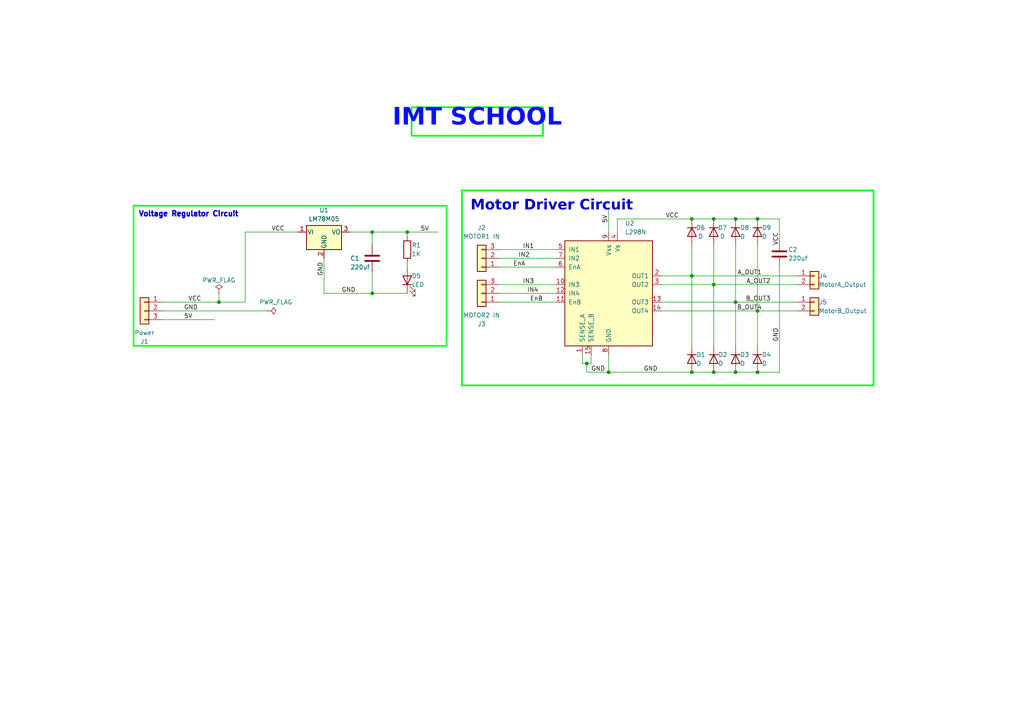
<source format=kicad_sch>
(kicad_sch (version 20231120) (generator "eeschema") (generator_version "8.0")
  (paper "A4")
  (title_block (title "Motor_Driver") (date "2024-12-01") (rev "1") (company "IMT_School"))
  (lib_symbols
    (symbol "Connector_Generic:Conn_01x02" (pin_names (offset 1.016) hide)
      (property "Reference" "J" (at 0 2.54 0))
      (property "Value" "Conn_01x02" (at 0 -5.08 0))
      (symbol "Conn_01x02_1_1"
        (rectangle (start -1.27 -2.413) (end 0 -2.667) (stroke (width 0.1524)))
        (rectangle (start -1.27 0.127) (end 0 -0.127) (stroke (width 0.1524)))
        (rectangle (start -1.27 1.27) (end 1.27 -3.81) (stroke (width 0.254)) (fill (type background)))
        (pin passive line (at -5.08 0 0) (length 3.81) (name "Pin_1") (number "1"))
        (pin passive line (at -5.08 -2.54 0) (length 3.81) (name "Pin_2") (number "2"))
      )
    )
    (symbol "Connector_Generic:Conn_01x03" (pin_names (offset 1.016) hide)
      (property "Reference" "J" (at 0 5.08 0))
      (property "Value" "Conn_01x03" (at 0 -5.08 0))
      (symbol "Conn_01x03_1_1"
        (rectangle (start -1.27 -2.413) (end 0 -2.667) (stroke (width 0.1524)))
        (rectangle (start -1.27 0.127) (end 0 -0.127) (stroke (width 0.1524)))
        (rectangle (start -1.27 2.667) (end 0 2.413) (stroke (width 0.1524)))
        (rectangle (start -1.27 3.81) (end 1.27 -3.81) (stroke (width 0.254)) (fill (type background)))
        (pin passive line (at -5.08 2.54 0) (length 3.81) (name "Pin_1") (number "1"))
        (pin passive line (at -5.08 0 0) (length 3.81) (name "Pin_2") (number "2"))
        (pin passive line (at -5.08 -2.54 0) (length 3.81) (name "Pin_3") (number "3"))
      )
    )
    (symbol "Device:C" (pin_numbers hide) (pin_names (offset 0.254))
      (property "Reference" "C" (at 0.635 2.54 0))
      (property "Value" "C" (at 0.635 -2.54 0))
      (symbol "C_0_1"
        (polyline (pts (xy -2.032 -0.762) (xy 2.032 -0.762)) (stroke (width 0.508)))
        (polyline (pts (xy -2.032 0.762) (xy 2.032 0.762)) (stroke (width 0.508)))
      )
      (symbol "C_1_1"
        (pin passive line (at 0 3.81 270) (length 2.794) (name "~") (number "1"))
        (pin passive line (at 0 -3.81 90) (length 2.794) (name "~") (number "2"))
      )
    )
    (symbol "Device:D" (pin_numbers hide) (pin_names (offset 1.016) hide)
      (property "Reference" "D" (at 0 2.54 0))
      (property "Value" "D" (at 0 -2.54 0))
      (symbol "D_0_1"
        (polyline (pts (xy -1.27 1.27) (xy -1.27 -1.27)) (stroke (width 0.254)))
        (polyline (pts (xy 1.27 0) (xy -1.27 0)))
        (polyline (pts (xy 1.27 1.27) (xy 1.27 -1.27) (xy -1.27 0) (xy 1.27 1.27)) (stroke (width 0.254)))
      )
      (symbol "D_1_1"
        (pin passive line (at -3.81 0 0) (length 2.54) (name "K") (number "1"))
        (pin passive line (at 3.81 0 180) (length 2.54) (name "A") (number "2"))
      )
    )
    (symbol "Device:LED" (pin_numbers hide) (pin_names (offset 1.016) hide)
      (property "Reference" "D" (at 0 2.54 0))
      (property "Value" "LED" (at 0 -2.54 0))
      (symbol "LED_0_1"
        (polyline (pts (xy -1.27 -1.27) (xy -1.27 1.27)) (stroke (width 0.254)))
        (polyline (pts (xy -1.27 0) (xy 1.27 0)))
        (polyline (pts (xy 1.27 -1.27) (xy 1.27 1.27) (xy -1.27 0) (xy 1.27 -1.27)) (stroke (width 0.254)))
        (polyline (pts (xy -3.048 -0.762) (xy -4.572 -2.286) (xy -3.81 -2.286) (xy -4.572 -2.286) (xy -4.572 -1.524)))
        (polyline (pts (xy -1.778 -0.762) (xy -3.302 -2.286) (xy -2.54 -2.286) (xy -3.302 -2.286) (xy -3.302 -1.524)))
      )
      (symbol "LED_1_1"
        (pin passive line (at -3.81 0 0) (length 2.54) (name "K") (number "1"))
        (pin passive line (at 3.81 0 180) (length 2.54) (name "A") (number "2"))
      )
    )
    (symbol "Device:R" (pin_numbers hide) (pin_names (offset 0))
      (property "Reference" "R" (at 2.032 0 90))
      (property "Value" "R" (at 0 0 90))
      (symbol "R_0_1"
        (rectangle (start -1.016 -2.54) (end 1.016 2.54) (stroke (width 0.254)))
      )
      (symbol "R_1_1"
        (pin passive line (at 0 3.81 270) (length 1.27) (name "~") (number "1"))
        (pin passive line (at 0 -3.81 90) (length 1.27) (name "~") (number "2"))
      )
    )
    (symbol "Driver_Motor:L298N" (pin_names (offset 1.016))
      (property "Reference" "U" (at -10.16 16.51 0))
      (property "Value" "L298N" (at 12.7 16.51 0))
      (symbol "L298N_0_1"
        (rectangle (start -12.7 15.24) (end 12.7 -15.24) (stroke (width 0.254)) (fill (type background)))
      )
      (symbol "L298N_1_1"
        (pin power_in line (at -7.62 -17.78 90) (length 2.54) (name "SENSE_A") (number "1"))
        (pin input line (at -15.24 2.54 0) (length 2.54) (name "IN3") (number "10"))
        (pin input line (at -15.24 -2.54 0) (length 2.54) (name "EnB") (number "11"))
        (pin input line (at -15.24 0 0) (length 2.54) (name "IN4") (number "12"))
        (pin output line (at 15.24 -2.54 180) (length 2.54) (name "OUT3") (number "13"))
        (pin output line (at 15.24 -5.08 180) (length 2.54) (name "OUT4") (number "14"))
        (pin power_in line (at -5.08 -17.78 90) (length 2.54) (name "SENSE_B") (number "15"))
        (pin output line (at 15.24 5.08 180) (length 2.54) (name "OUT1") (number "2"))
        (pin output line (at 15.24 2.54 180) (length 2.54) (name "OUT2") (number "3"))
        (pin power_in line (at 2.54 17.78 270) (length 2.54) (name "Vs") (number "4"))
        (pin input line (at -15.24 12.7 0) (length 2.54) (name "IN1") (number "5"))
        (pin input line (at -15.24 7.62 0) (length 2.54) (name "EnA") (number "6"))
        (pin input line (at -15.24 10.16 0) (length 2.54) (name "IN2") (number "7"))
        (pin power_in line (at 0 -17.78 90) (length 2.54) (name "GND") (number "8"))
        (pin power_in line (at 0 17.78 270) (length 2.54) (name "Vss") (number "9"))
      )
    )
    (symbol "Regulator_Linear:LM78M05_TO220" (pin_names (offset 0.254))
      (property "Reference" "U" (at -3.81 3.175 0))
      (property "Value" "LM78M05_TO220" (at 0 3.175 0))
      (symbol "LM78M05_TO220_0_1"
        (rectangle (start -5.08 1.905) (end 5.08 -5.08) (stroke (width 0.254)) (fill (type background)))
      )
      (symbol "LM78M05_TO220_1_1"
        (pin power_in line (at -7.62 0 0) (length 2.54) (name "VI") (number "1"))
        (pin power_in line (at 0 -7.62 90) (length 2.54) (name "GND") (number "2"))
        (pin power_out line (at 7.62 0 180) (length 2.54) (name "VO") (number "3"))
      )
    )
    (symbol "power:PWR_FLAG" (power) (pin_numbers hide) (pin_names (offset 0) hide)
      (property "Value" "PWR_FLAG" (at 0 3.81 0))
      (symbol "PWR_FLAG_0_0"
        (pin power_out line (at 0 0 90) (length 0) (name "~") (number "1"))
      )
      (symbol "PWR_FLAG_0_1"
        (polyline (pts (xy 0 0) (xy 0 1.27) (xy -1.016 1.905) (xy 0 2.54) (xy 1.016 1.905) (xy 0 1.27)))
      )
    )
  )
  (junction (at 207.01 82.55))
  (junction (at 213.36 63.5))
  (junction (at 213.36 107.95))
  (junction (at 107.95 85.09))
  (junction (at 200.66 107.95))
  (junction (at 118.11 67.31))
  (junction (at 107.95 67.31))
  (junction (at 213.36 87.63))
  (junction (at 176.53 107.95))
  (junction (at 207.01 63.5))
  (junction (at 200.66 80.01))
  (junction (at 207.01 107.95))
  (junction (at 170.18 105.41))
  (junction (at 63.5 87.63))
  (junction (at 200.66 63.5))
  (junction (at 219.71 63.5))
  (junction (at 219.71 90.17))
  (junction (at 219.71 107.95))
  (wire (pts (xy 207.01 71.12) (xy 207.01 82.55)))
  (wire (pts (xy 213.36 107.95) (xy 219.71 107.95)))
  (wire (pts (xy 46.99 87.63) (xy 63.5 87.63)))
  (wire (pts (xy 144.78 72.39) (xy 161.29 72.39)))
  (wire (pts (xy 219.71 71.12) (xy 219.71 90.17)))
  (wire (pts (xy 226.06 77.47) (xy 226.06 107.95)))
  (wire (pts (xy 191.77 87.63) (xy 213.36 87.63)))
  (wire (pts (xy 191.77 80.01) (xy 200.66 80.01)))
  (wire (pts (xy 191.77 90.17) (xy 219.71 90.17)))
  (wire (pts (xy 107.95 67.31) (xy 118.11 67.31)))
  (wire (pts (xy 207.01 82.55) (xy 207.01 100.33)))
  (wire (pts (xy 176.53 107.95) (xy 200.66 107.95)))
  (wire (pts (xy 219.71 90.17) (xy 219.71 100.33)))
  (wire (pts (xy 101.6 67.31) (xy 107.95 67.31)))
  (wire (pts (xy 118.11 67.31) (xy 127 67.31)))
  (wire (pts (xy 107.95 67.31) (xy 107.95 71.12)))
  (wire (pts (xy 170.18 105.41) (xy 171.45 105.41)))
  (wire (pts (xy 200.66 107.95) (xy 207.01 107.95)))
  (wire (pts (xy 46.99 92.71) (xy 62.23 92.71)))
  (wire (pts (xy 171.45 102.87) (xy 171.45 105.41)))
  (wire (pts (xy 200.66 80.01) (xy 231.14 80.01)))
  (wire (pts (xy 71.12 67.31) (xy 71.12 87.63)))
  (wire (pts (xy 200.66 71.12) (xy 200.66 80.01)))
  (wire (pts (xy 176.53 102.87) (xy 176.53 107.95)))
  (wire (pts (xy 144.78 85.09) (xy 161.29 85.09)))
  (wire (pts (xy 179.07 63.5) (xy 179.07 67.31)))
  (wire (pts (xy 179.07 63.5) (xy 200.66 63.5)))
  (wire (pts (xy 219.71 107.95) (xy 226.06 107.95)))
  (wire (pts (xy 93.98 74.93) (xy 93.98 85.09)))
  (wire (pts (xy 207.01 63.5) (xy 213.36 63.5)))
  (wire (pts (xy 213.36 87.63) (xy 213.36 100.33)))
  (wire (pts (xy 168.91 105.41) (xy 170.18 105.41)))
  (wire (pts (xy 63.5 87.63) (xy 71.12 87.63)))
  (wire (pts (xy 213.36 71.12) (xy 213.36 87.63)))
  (wire (pts (xy 200.66 80.01) (xy 200.66 100.33)))
  (wire (pts (xy 213.36 87.63) (xy 231.14 87.63)))
  (wire (pts (xy 63.5 85.09) (xy 63.5 87.63)))
  (wire (pts (xy 207.01 107.95) (xy 213.36 107.95)))
  (wire (pts (xy 144.78 74.93) (xy 161.29 74.93)))
  (wire (pts (xy 191.77 82.55) (xy 207.01 82.55)))
  (wire (pts (xy 226.06 63.5) (xy 226.06 69.85)))
  (wire (pts (xy 144.78 82.55) (xy 161.29 82.55)))
  (wire (pts (xy 219.71 63.5) (xy 226.06 63.5)))
  (wire (pts (xy 176.53 60.96) (xy 176.53 67.31)))
  (wire (pts (xy 118.11 67.31) (xy 118.11 68.58)))
  (wire (pts (xy 207.01 82.55) (xy 231.14 82.55)))
  (wire (pts (xy 86.36 67.31) (xy 71.12 67.31)))
  (wire (pts (xy 118.11 76.2) (xy 118.11 77.47)))
  (wire (pts (xy 168.91 102.87) (xy 168.91 105.41)))
  (wire (pts (xy 213.36 63.5) (xy 219.71 63.5)))
  (wire (pts (xy 170.18 107.95) (xy 176.53 107.95)))
  (wire (pts (xy 170.18 105.41) (xy 170.18 107.95)))
  (wire (pts (xy 144.78 87.63) (xy 161.29 87.63)))
  (wire (pts (xy 107.95 78.74) (xy 107.95 85.09)))
  (wire (pts (xy 107.95 85.09) (xy 118.11 85.09)))
  (wire (pts (xy 219.71 90.17) (xy 231.14 90.17)))
  (wire (pts (xy 46.99 90.17) (xy 77.47 90.17)))
  (wire (pts (xy 93.98 85.09) (xy 107.95 85.09)))
  (wire (pts (xy 144.78 77.47) (xy 161.29 77.47)))
  (wire (pts (xy 200.66 63.5) (xy 207.01 63.5)))
  (text_box "Voltage Regulator Circuit" (at 38.735 59.69 0) (size 90.805 40.64) (stroke (width 0.5) (color 28 255 34 1)) (effects (font (size 1.5 1.5) (thickness 0.4) (bold yes)) (justify left top)))
  (text_box "Motor Driver Circuit" (at 133.985 55.245 0) (size 119.38 56.515) (stroke (width 0.5) (color 3 255 23 1)) (effects (font (size 3 3) (thickness 0.254) (bold yes)) (justify left top)))
  (text_box "" (at 119.38 31.115 0) (size 38.1 8.255) (stroke (width 0.5) (color 3 255 23 1)) (effects (font (size 1.27 1.27) (thickness 0.254) (bold yes)) (justify left top)))
  (text "IMT SCHOOL" (at 138.43 35.56 0) (effects (font (size 5 5) (thickness 0.254) (bold yes))))
  (label "GND" (at 99.06 85.09 0))
  (label "5V" (at 53.34 92.71 0))
  (label "IN2" (at 153.67 74.93 180))
  (label "IN4" (at 156.21 85.09 180))
  (label "A_OUT1" (at 220.98 80.01 180))
  (label "IN3" (at 154.94 82.55 180))
  (label "VCC" (at 193.04 63.5 0))
  (label "5V" (at 176.53 62.23 270))
  (label "B_OUT4" (at 220.98 90.17 180))
  (label "GND" (at 226.06 99.06 90))
  (label "VCC" (at 78.74 67.31 0))
  (label "VCC" (at 226.06 67.31 270))
  (label "GND" (at 186.69 107.95 0))
  (label "GND" (at 93.98 80.01 90))
  (label "5V" (at 124.46 67.31 180))
  (label "GND" (at 171.45 107.95 0))
  (label "VCC" (at 54.61 87.63 0))
  (label "EnB" (at 157.48 87.63 180))
  (label "GND" (at 53.34 90.17 0))
  (label "B_OUT3" (at 223.52 87.63 180))
  (label "IN1" (at 154.94 72.39 180))
  (label "EnA" (at 152.4 77.47 180))
  (label "A_OUT2" (at 223.52 82.55 180))
  (symbol (lib_id "Device:D") (at 219.71 104.14 270) (unit 1)
    (property "Reference" "D4" (at 220.98 102.87 90) (effects (justify left)))
    (property "Value" "D" (at 220.98 105.41 90) (effects (justify left)))
    (property "Footprint" "Diode_THT:D_A-405_P7.62mm_Horizontal" (effects (hide yes)))
    (property "Description" "Diode" (effects (hide yes)))
    (property "Sim.Device" "D" (effects (hide yes)))
    (property "Sim.Pins" "1=K 2=A" (effects (hide yes)))
  )
  (symbol (lib_id "Device:D") (at 207.01 104.14 270) (unit 1)
    (property "Reference" "D2" (at 208.28 102.87 90) (effects (justify left)))
    (property "Value" "D" (at 208.28 105.41 90) (effects (justify left)))
    (property "Footprint" "Diode_THT:D_A-405_P7.62mm_Horizontal" (effects (hide yes)))
    (property "Description" "Diode" (effects (hide yes)))
    (property "Sim.Device" "D" (effects (hide yes)))
    (property "Sim.Pins" "1=K 2=A" (effects (hide yes)))
  )
  (symbol (lib_id "power:PWR_FLAG") (at 63.5 85.09 0) (unit 1)
    (property "Reference" "#FLG01" (effects (hide yes)))
    (property "Value" "PWR_FLAG" (at 63.5 81.28 0))
    (property "Description" "Special symbol for telling ERC where power comes from" (effects (hide yes)))
  )
  (symbol (lib_id "Connector_Generic:Conn_01x03") (at 41.91 90.17 0) (mirror y) (unit 1)
    (property "Reference" "J1" (at 41.91 99.06 0))
    (property "Value" "Power" (at 41.91 96.52 0))
    (property "Footprint" "TerminalBlock_Phoenix:TerminalBlock_Phoenix_MKDS-1,5-3-5.08_1x03_P5.08mm_Horizontal" (effects (hide yes)))
    (property "Description" "Generic connector, single row, 01x03, script generated (kicad-library-utils/schlib/autogen/connector/)" (effects (hide yes)))
  )
  (symbol (lib_id "Device:R") (at 118.11 72.39 0) (unit 1)
    (property "Reference" "R1" (at 119.38 71.12 0) (effects (justify left)))
    (property "Value" "1K" (at 119.38 73.66 0) (effects (justify left)))
    (property "Footprint" "Resistor_THT:R_Axial_DIN0207_L6.3mm_D2.5mm_P7.62mm_Horizontal" (effects (hide yes)))
    (property "Description" "Resistor" (effects (hide yes)))
  )
  (symbol (lib_id "Device:D") (at 200.66 67.31 270) (unit 1)
    (property "Reference" "D6" (at 203.2 66.04 90))
    (property "Value" "D" (at 203.2 68.58 90))
    (property "Footprint" "Diode_THT:D_A-405_P7.62mm_Horizontal" (effects (hide yes)))
    (property "Description" "Diode" (effects (hide yes)))
    (property "Sim.Device" "D" (effects (hide yes)))
    (property "Sim.Pins" "1=K 2=A" (effects (hide yes)))
  )
  (symbol (lib_id "Device:D") (at 207.01 67.31 270) (unit 1)
    (property "Reference" "D7" (at 209.55 66.04 90))
    (property "Value" "D" (at 209.55 68.58 90))
    (property "Footprint" "Diode_THT:D_A-405_P7.62mm_Horizontal" (effects (hide yes)))
    (property "Description" "Diode" (effects (hide yes)))
    (property "Sim.Device" "D" (effects (hide yes)))
    (property "Sim.Pins" "1=K 2=A" (effects (hide yes)))
  )
  (symbol (lib_id "Device:C") (at 107.95 74.93 0) (unit 1)
    (property "Reference" "C1" (at 101.6 74.93 0) (effects (justify left)))
    (property "Value" "220uf" (at 101.6 77.47 0) (effects (justify left)))
    (property "Footprint" "Capacitor_THT:CP_Radial_D5.0mm_P2.50mm" (effects (hide yes)))
    (property "Description" "Unpolarized capacitor" (effects (hide yes)))
  )
  (symbol (lib_id "Device:D") (at 213.36 67.31 270) (unit 1)
    (property "Reference" "D8" (at 214.63 66.04 90) (effects (justify left)))
    (property "Value" "D" (at 214.63 68.58 90) (effects (justify left)))
    (property "Footprint" "Diode_THT:D_A-405_P7.62mm_Horizontal" (effects (hide yes)))
    (property "Description" "Diode" (effects (hide yes)))
    (property "Sim.Device" "D" (effects (hide yes)))
    (property "Sim.Pins" "1=K 2=A" (effects (hide yes)))
  )
  (symbol (lib_id "Driver_Motor:L298N") (at 176.53 85.09 0) (unit 1)
    (property "Reference" "U2" (at 181.2641 64.77 0) (effects (justify left)))
    (property "Value" "L298N" (at 181.2641 67.31 0) (effects (justify left)))
    (property "Footprint" "Package_TO_SOT_THT:TO-220-15_P2.54x2.54mm_StaggerOdd_Lead4.58mm_Vertical" (effects (hide yes)))
    (property "Datasheet" "http://www.st.com/st-web-ui/static/active/en/resource/technical/document/datasheet/CD00000240.pdf" (effects (hide yes)))
    (property "Description" "Dual full bridge motor driver, up to 46V, 4A, Multiwatt15-V" (effects (hide yes)))
  )
  (symbol (lib_id "Device:D") (at 219.71 67.31 270) (unit 1)
    (property "Reference" "D9" (at 220.98 66.04 90) (effects (justify left)))
    (property "Value" "D" (at 220.98 68.58 90) (effects (justify left)))
    (property "Footprint" "Diode_THT:D_A-405_P7.62mm_Horizontal" (effects (hide yes)))
    (property "Description" "Diode" (effects (hide yes)))
    (property "Sim.Device" "D" (effects (hide yes)))
    (property "Sim.Pins" "1=K 2=A" (effects (hide yes)))
  )
  (symbol (lib_id "Regulator_Linear:LM78M05_TO220") (at 93.98 67.31 0) (unit 1)
    (property "Reference" "U1" (at 93.98 60.96 0))
    (property "Value" "LM78M05" (at 93.98 63.5 0))
    (property "Footprint" "Package_TO_SOT_THT:TO-220-3_Horizontal_TabDown" (effects (hide yes)))
    (property "Datasheet" "https://www.onsemi.com/pub/Collateral/MC78M00-D.PDF" (effects (hide yes)))
    (property "Description" "Positive 500mA 35V Linear Regulator, Fixed Output 5V, TO-220" (effects (hide yes)))
  )
  (symbol (lib_id "Device:LED") (at 118.11 81.28 90) (unit 1)
    (property "Reference" "D5" (at 119.38 80.01 90) (effects (justify right)))
    (property "Value" "LED" (at 119.38 82.55 90) (effects (justify right)))
    (property "Footprint" "LED_THT:LED_D3.0mm" (effects (hide yes)))
    (property "Description" "Light emitting diode" (effects (hide yes)))
  )
  (symbol (lib_id "Connector_Generic:Conn_01x02") (at 236.22 80.01 0) (unit 1)
    (property "Reference" "J4" (at 237.49 80.01 0) (effects (justify left)))
    (property "Value" "MotorA_Output" (at 237.49 82.55 0) (effects (justify left)))
    (property "Footprint" "TerminalBlock_Phoenix:TerminalBlock_Phoenix_MKDS-1,5-2-5.08_1x02_P5.08mm_Horizontal" (effects (hide yes)))
    (property "Description" "Generic connector, single row, 01x02, script generated (kicad-library-utils/schlib/autogen/connector/)" (effects (hide yes)))
  )
  (symbol (lib_id "Connector_Generic:Conn_01x03") (at 139.7 85.09 180) (unit 1)
    (property "Reference" "J3" (at 139.7 93.98 0))
    (property "Value" "MOTOR2 IN" (at 139.7 91.44 0))
    (property "Footprint" "Connector_PinHeader_2.54mm:PinHeader_1x03_P2.54mm_Vertical" (effects (hide yes)))
  )
  (symbol (lib_id "Device:D") (at 213.36 104.14 270) (unit 1)
    (property "Reference" "D3" (at 214.63 102.87 90) (effects (justify left)))
    (property "Value" "D" (at 214.63 105.41 90) (effects (justify left)))
    (property "Footprint" "Diode_THT:D_A-405_P7.62mm_Horizontal" (effects (hide yes)))
    (property "Description" "Diode" (effects (hide yes)))
    (property "Sim.Device" "D" (effects (hide yes)))
    (property "Sim.Pins" "1=K 2=A" (effects (hide yes)))
  )
  (symbol (lib_id "power:PWR_FLAG") (at 77.47 90.17 270) (unit 1)
    (property "Reference" "#FLG02" (effects (hide yes)))
    (property "Value" "PWR_FLAG" (at 80.01 87.63 90))
    (property "Description" "Special symbol for telling ERC where power comes from" (effects (hide yes)))
  )
  (symbol (lib_id "Connector_Generic:Conn_01x02") (at 236.22 87.63 0) (unit 1)
    (property "Reference" "J5" (at 237.49 87.63 0) (effects (justify left)))
    (property "Value" "MotorB_Output" (at 237.49 90.17 0) (effects (justify left)))
    (property "Footprint" "TerminalBlock_Phoenix:TerminalBlock_Phoenix_MKDS-1,5-2-5.08_1x02_P5.08mm_Horizontal" (effects (hide yes)))
    (property "Description" "Generic connector, single row, 01x02, script generated (kicad-library-utils/schlib/autogen/connector/)" (effects (hide yes)))
  )
  (symbol (lib_id "Connector_Generic:Conn_01x03") (at 139.7 74.93 180) (unit 1)
    (property "Reference" "J2" (at 139.7 66.04 0))
    (property "Value" "MOTOR1 IN" (at 139.7 68.58 0))
    (property "Footprint" "Connector_PinHeader_2.54mm:PinHeader_1x03_P2.54mm_Vertical" (effects (hide yes)))
  )
  (symbol (lib_id "Device:C") (at 226.06 73.66 0) (unit 1)
    (property "Reference" "C2" (at 228.6 72.39 0) (effects (justify left)))
    (property "Value" "220uf" (at 228.6 74.93 0) (effects (justify left)))
    (property "Footprint" "Capacitor_THT:CP_Radial_D5.0mm_P2.50mm" (effects (hide yes)))
    (property "Description" "Unpolarized capacitor" (effects (hide yes)))
  )
  (symbol (lib_id "Device:D") (at 200.66 104.14 270) (unit 1)
    (property "Reference" "D1" (at 201.93 102.87 90) (effects (justify left)))
    (property "Value" "D" (at 201.93 105.41 90) (effects (justify left)))
    (property "Footprint" "Diode_THT:D_A-405_P7.62mm_Horizontal" (effects (hide yes)))
    (property "Description" "Diode" (effects (hide yes)))
    (property "Sim.Device" "D" (effects (hide yes)))
    (property "Sim.Pins" "1=K 2=A" (effects (hide yes)))
  )
)
</source>
